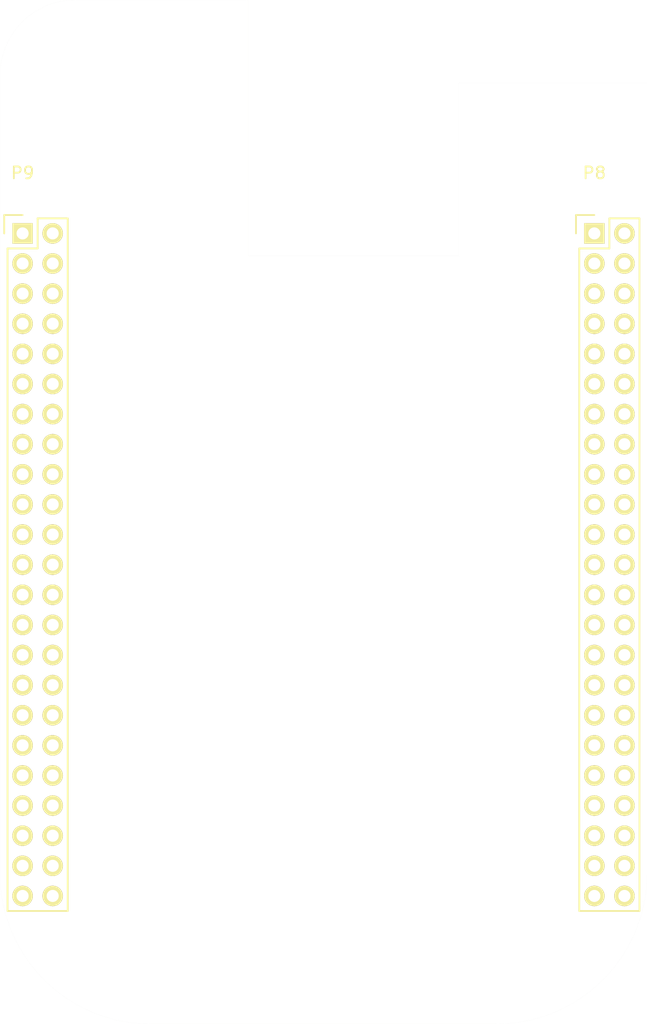
<source format=kicad_pcb>
(kicad_pcb (version 4) (host pcbnew "(2015-07-05 BZR 5886)-product")

  (general
    (links 10)
    (no_connects 10)
    (area 106.333194 42.696129 174.667007 129.058671)
    (thickness 1.6)
    (drawings 11)
    (tracks 0)
    (zones 0)
    (modules 2)
    (nets 83)
  )

  (page A4)
  (layers
    (0 F.Cu signal)
    (31 B.Cu signal)
    (32 B.Adhes user hide)
    (33 F.Adhes user hide)
    (34 B.Paste user hide)
    (35 F.Paste user hide)
    (36 B.SilkS user hide)
    (37 F.SilkS user hide)
    (38 B.Mask user hide)
    (39 F.Mask user hide)
    (40 Dwgs.User user)
    (41 Cmts.User user hide)
    (42 Eco1.User user hide)
    (43 Eco2.User user hide)
    (44 Edge.Cuts user)
    (45 Margin user hide)
    (46 B.CrtYd user hide)
    (47 F.CrtYd user hide)
    (48 B.Fab user hide)
    (49 F.Fab user hide)
  )

  (setup
    (last_trace_width 0.25)
    (trace_clearance 0.2)
    (zone_clearance 0.508)
    (zone_45_only no)
    (trace_min 0.2)
    (segment_width 0.2)
    (edge_width 0.00254)
    (via_size 0.6)
    (via_drill 0.4)
    (via_min_size 0.4)
    (via_min_drill 0.3)
    (uvia_size 0.3)
    (uvia_drill 0.1)
    (uvias_allowed no)
    (uvia_min_size 0.2)
    (uvia_min_drill 0.1)
    (pcb_text_width 0.3)
    (pcb_text_size 1.5 1.5)
    (mod_edge_width 0.15)
    (mod_text_size 1 1)
    (mod_text_width 0.15)
    (pad_size 1.7272 1.7272)
    (pad_drill 1.016)
    (pad_to_mask_clearance 0)
    (aux_axis_origin 0 0)
    (visible_elements 7FFFFFFF)
    (pcbplotparams
      (layerselection 0x01030_80000001)
      (usegerberextensions false)
      (excludeedgelayer true)
      (linewidth 0.100000)
      (plotframeref false)
      (viasonmask false)
      (mode 1)
      (useauxorigin false)
      (hpglpennumber 1)
      (hpglpenspeed 20)
      (hpglpendiameter 15)
      (hpglpenoverlay 2)
      (psnegative false)
      (psa4output false)
      (plotreference true)
      (plotvalue true)
      (plotinvisibletext false)
      (padsonsilk false)
      (subtractmaskfromsilk false)
      (outputformat 4)
      (mirror false)
      (drillshape 0)
      (scaleselection 1)
      (outputdirectory ""))
  )

  (net 0 "")
  (net 1 "Net-(P8-Pad3)")
  (net 2 "Net-(P8-Pad4)")
  (net 3 "Net-(P8-Pad5)")
  (net 4 "Net-(P8-Pad6)")
  (net 5 "Net-(P8-Pad7)")
  (net 6 "Net-(P8-Pad8)")
  (net 7 "Net-(P8-Pad9)")
  (net 8 "Net-(P8-Pad10)")
  (net 9 "Net-(P8-Pad11)")
  (net 10 "Net-(P8-Pad12)")
  (net 11 "Net-(P8-Pad13)")
  (net 12 "Net-(P8-Pad14)")
  (net 13 "Net-(P8-Pad15)")
  (net 14 "Net-(P8-Pad16)")
  (net 15 "Net-(P8-Pad17)")
  (net 16 "Net-(P8-Pad18)")
  (net 17 "Net-(P8-Pad19)")
  (net 18 "Net-(P8-Pad20)")
  (net 19 "Net-(P8-Pad21)")
  (net 20 "Net-(P8-Pad22)")
  (net 21 "Net-(P8-Pad23)")
  (net 22 "Net-(P8-Pad24)")
  (net 23 "Net-(P8-Pad25)")
  (net 24 "Net-(P8-Pad26)")
  (net 25 "Net-(P8-Pad27)")
  (net 26 "Net-(P8-Pad28)")
  (net 27 "Net-(P8-Pad29)")
  (net 28 "Net-(P8-Pad30)")
  (net 29 "Net-(P8-Pad31)")
  (net 30 "Net-(P8-Pad32)")
  (net 31 "Net-(P8-Pad33)")
  (net 32 "Net-(P8-Pad34)")
  (net 33 "Net-(P8-Pad35)")
  (net 34 "Net-(P8-Pad36)")
  (net 35 "Net-(P8-Pad37)")
  (net 36 "Net-(P8-Pad38)")
  (net 37 "Net-(P8-Pad39)")
  (net 38 "Net-(P8-Pad40)")
  (net 39 "Net-(P8-Pad41)")
  (net 40 "Net-(P8-Pad42)")
  (net 41 "Net-(P8-Pad43)")
  (net 42 "Net-(P8-Pad44)")
  (net 43 "Net-(P8-Pad45)")
  (net 44 "Net-(P8-Pad46)")
  (net 45 "Net-(P9-Pad11)")
  (net 46 "Net-(P9-Pad12)")
  (net 47 "Net-(P9-Pad13)")
  (net 48 "Net-(P9-Pad14)")
  (net 49 "Net-(P9-Pad15)")
  (net 50 "Net-(P9-Pad16)")
  (net 51 "Net-(P9-Pad17)")
  (net 52 "Net-(P9-Pad18)")
  (net 53 "Net-(P9-Pad19)")
  (net 54 "Net-(P9-Pad20)")
  (net 55 "Net-(P9-Pad21)")
  (net 56 "Net-(P9-Pad22)")
  (net 57 "Net-(P9-Pad23)")
  (net 58 "Net-(P9-Pad24)")
  (net 59 "Net-(P9-Pad25)")
  (net 60 "Net-(P9-Pad26)")
  (net 61 "Net-(P9-Pad27)")
  (net 62 "Net-(P9-Pad28)")
  (net 63 "Net-(P9-Pad29)")
  (net 64 "Net-(P9-Pad30)")
  (net 65 "Net-(P9-Pad31)")
  (net 66 "Net-(P9-Pad33)")
  (net 67 "Net-(P9-Pad35)")
  (net 68 "Net-(P9-Pad36)")
  (net 69 "Net-(P9-Pad37)")
  (net 70 "Net-(P9-Pad38)")
  (net 71 "Net-(P9-Pad39)")
  (net 72 "Net-(P9-Pad40)")
  (net 73 "Net-(P9-Pad41)")
  (net 74 "Net-(P9-Pad42)")
  (net 75 GNDD)
  (net 76 +3V3)
  (net 77 +5V)
  (net 78 SYS_5V)
  (net 79 PWR_BUT)
  (net 80 SYS_RESETN)
  (net 81 VDD_ADC)
  (net 82 GNDA_ADC)

  (net_class Default "To jest domyślna klasa połączeń."
    (clearance 0.2)
    (trace_width 0.25)
    (via_dia 0.6)
    (via_drill 0.4)
    (uvia_dia 0.3)
    (uvia_drill 0.1)
    (add_net +3V3)
    (add_net +5V)
    (add_net GNDA_ADC)
    (add_net GNDD)
    (add_net "Net-(P8-Pad10)")
    (add_net "Net-(P8-Pad11)")
    (add_net "Net-(P8-Pad12)")
    (add_net "Net-(P8-Pad13)")
    (add_net "Net-(P8-Pad14)")
    (add_net "Net-(P8-Pad15)")
    (add_net "Net-(P8-Pad16)")
    (add_net "Net-(P8-Pad17)")
    (add_net "Net-(P8-Pad18)")
    (add_net "Net-(P8-Pad19)")
    (add_net "Net-(P8-Pad20)")
    (add_net "Net-(P8-Pad21)")
    (add_net "Net-(P8-Pad22)")
    (add_net "Net-(P8-Pad23)")
    (add_net "Net-(P8-Pad24)")
    (add_net "Net-(P8-Pad25)")
    (add_net "Net-(P8-Pad26)")
    (add_net "Net-(P8-Pad27)")
    (add_net "Net-(P8-Pad28)")
    (add_net "Net-(P8-Pad29)")
    (add_net "Net-(P8-Pad3)")
    (add_net "Net-(P8-Pad30)")
    (add_net "Net-(P8-Pad31)")
    (add_net "Net-(P8-Pad32)")
    (add_net "Net-(P8-Pad33)")
    (add_net "Net-(P8-Pad34)")
    (add_net "Net-(P8-Pad35)")
    (add_net "Net-(P8-Pad36)")
    (add_net "Net-(P8-Pad37)")
    (add_net "Net-(P8-Pad38)")
    (add_net "Net-(P8-Pad39)")
    (add_net "Net-(P8-Pad4)")
    (add_net "Net-(P8-Pad40)")
    (add_net "Net-(P8-Pad41)")
    (add_net "Net-(P8-Pad42)")
    (add_net "Net-(P8-Pad43)")
    (add_net "Net-(P8-Pad44)")
    (add_net "Net-(P8-Pad45)")
    (add_net "Net-(P8-Pad46)")
    (add_net "Net-(P8-Pad5)")
    (add_net "Net-(P8-Pad6)")
    (add_net "Net-(P8-Pad7)")
    (add_net "Net-(P8-Pad8)")
    (add_net "Net-(P8-Pad9)")
    (add_net "Net-(P9-Pad11)")
    (add_net "Net-(P9-Pad12)")
    (add_net "Net-(P9-Pad13)")
    (add_net "Net-(P9-Pad14)")
    (add_net "Net-(P9-Pad15)")
    (add_net "Net-(P9-Pad16)")
    (add_net "Net-(P9-Pad17)")
    (add_net "Net-(P9-Pad18)")
    (add_net "Net-(P9-Pad19)")
    (add_net "Net-(P9-Pad20)")
    (add_net "Net-(P9-Pad21)")
    (add_net "Net-(P9-Pad22)")
    (add_net "Net-(P9-Pad23)")
    (add_net "Net-(P9-Pad24)")
    (add_net "Net-(P9-Pad25)")
    (add_net "Net-(P9-Pad26)")
    (add_net "Net-(P9-Pad27)")
    (add_net "Net-(P9-Pad28)")
    (add_net "Net-(P9-Pad29)")
    (add_net "Net-(P9-Pad30)")
    (add_net "Net-(P9-Pad31)")
    (add_net "Net-(P9-Pad33)")
    (add_net "Net-(P9-Pad35)")
    (add_net "Net-(P9-Pad36)")
    (add_net "Net-(P9-Pad37)")
    (add_net "Net-(P9-Pad38)")
    (add_net "Net-(P9-Pad39)")
    (add_net "Net-(P9-Pad40)")
    (add_net "Net-(P9-Pad41)")
    (add_net "Net-(P9-Pad42)")
    (add_net PWR_BUT)
    (add_net SYS_5V)
    (add_net SYS_RESETN)
    (add_net VDD_ADC)
  )

  (module Socket_BeagleBone_Black:Socket_BeagleBone_Black (layer F.Cu) (tedit 55DF76F9) (tstamp 55DF7717)
    (at 164.6301 62.3824)
    (descr "Through hole pin header")
    (tags "pin header")
    (path /55DF7DE1)
    (fp_text reference P8 (at 0 -5.1) (layer F.SilkS)
      (effects (font (size 1 1) (thickness 0.15)))
    )
    (fp_text value BeagleBone_Black_Header (at 0 -3.1) (layer F.Fab)
      (effects (font (size 1 1) (thickness 0.15)))
    )
    (fp_line (start -1.75 -1.75) (end -1.75 57.65) (layer F.CrtYd) (width 0.05))
    (fp_line (start 4.3 -1.75) (end 4.3 57.65) (layer F.CrtYd) (width 0.05))
    (fp_line (start -1.75 -1.75) (end 4.3 -1.75) (layer F.CrtYd) (width 0.05))
    (fp_line (start -1.75 57.65) (end 4.3 57.65) (layer F.CrtYd) (width 0.05))
    (fp_line (start 3.81 57.15) (end 3.81 -1.27) (layer F.SilkS) (width 0.15))
    (fp_line (start -1.27 57.15) (end -1.27 1.27) (layer F.SilkS) (width 0.15))
    (fp_line (start 3.81 57.15) (end -1.27 57.15) (layer F.SilkS) (width 0.15))
    (fp_line (start 3.81 -1.27) (end 1.27 -1.27) (layer F.SilkS) (width 0.15))
    (fp_line (start 0 -1.55) (end -1.55 -1.55) (layer F.SilkS) (width 0.15))
    (fp_line (start 1.27 -1.27) (end 1.27 1.27) (layer F.SilkS) (width 0.15))
    (fp_line (start 1.27 1.27) (end -1.27 1.27) (layer F.SilkS) (width 0.15))
    (fp_line (start -1.55 -1.55) (end -1.55 0) (layer F.SilkS) (width 0.15))
    (pad 1 thru_hole rect (at 0 0) (size 1.7272 1.7272) (drill 1.016) (layers *.Cu *.Mask F.SilkS)
      (net 75 GNDD))
    (pad 2 thru_hole oval (at 2.54 0) (size 1.7272 1.7272) (drill 1.016) (layers *.Cu *.Mask F.SilkS)
      (net 75 GNDD))
    (pad 3 thru_hole oval (at 0 2.54) (size 1.7272 1.7272) (drill 1.016) (layers *.Cu *.Mask F.SilkS)
      (net 1 "Net-(P8-Pad3)"))
    (pad 4 thru_hole oval (at 2.54 2.54) (size 1.7272 1.7272) (drill 1.016) (layers *.Cu *.Mask F.SilkS)
      (net 2 "Net-(P8-Pad4)"))
    (pad 5 thru_hole oval (at 0 5.08) (size 1.7272 1.7272) (drill 1.016) (layers *.Cu *.Mask F.SilkS)
      (net 3 "Net-(P8-Pad5)"))
    (pad 6 thru_hole oval (at 2.54 5.08) (size 1.7272 1.7272) (drill 1.016) (layers *.Cu *.Mask F.SilkS)
      (net 4 "Net-(P8-Pad6)"))
    (pad 7 thru_hole oval (at 0 7.62) (size 1.7272 1.7272) (drill 1.016) (layers *.Cu *.Mask F.SilkS)
      (net 5 "Net-(P8-Pad7)"))
    (pad 8 thru_hole oval (at 2.54 7.62) (size 1.7272 1.7272) (drill 1.016) (layers *.Cu *.Mask F.SilkS)
      (net 6 "Net-(P8-Pad8)"))
    (pad 9 thru_hole oval (at 0 10.16) (size 1.7272 1.7272) (drill 1.016) (layers *.Cu *.Mask F.SilkS)
      (net 7 "Net-(P8-Pad9)"))
    (pad 10 thru_hole oval (at 2.54 10.16) (size 1.7272 1.7272) (drill 1.016) (layers *.Cu *.Mask F.SilkS)
      (net 8 "Net-(P8-Pad10)"))
    (pad 11 thru_hole oval (at 0 12.7) (size 1.7272 1.7272) (drill 1.016) (layers *.Cu *.Mask F.SilkS)
      (net 9 "Net-(P8-Pad11)"))
    (pad 12 thru_hole oval (at 2.54 12.7) (size 1.7272 1.7272) (drill 1.016) (layers *.Cu *.Mask F.SilkS)
      (net 10 "Net-(P8-Pad12)"))
    (pad 13 thru_hole oval (at 0 15.24) (size 1.7272 1.7272) (drill 1.016) (layers *.Cu *.Mask F.SilkS)
      (net 11 "Net-(P8-Pad13)"))
    (pad 14 thru_hole oval (at 2.54 15.24) (size 1.7272 1.7272) (drill 1.016) (layers *.Cu *.Mask F.SilkS)
      (net 12 "Net-(P8-Pad14)"))
    (pad 15 thru_hole oval (at 0 17.78) (size 1.7272 1.7272) (drill 1.016) (layers *.Cu *.Mask F.SilkS)
      (net 13 "Net-(P8-Pad15)"))
    (pad 16 thru_hole oval (at 2.54 17.78) (size 1.7272 1.7272) (drill 1.016) (layers *.Cu *.Mask F.SilkS)
      (net 14 "Net-(P8-Pad16)"))
    (pad 17 thru_hole oval (at 0 20.32) (size 1.7272 1.7272) (drill 1.016) (layers *.Cu *.Mask F.SilkS)
      (net 15 "Net-(P8-Pad17)"))
    (pad 18 thru_hole oval (at 2.54 20.32) (size 1.7272 1.7272) (drill 1.016) (layers *.Cu *.Mask F.SilkS)
      (net 16 "Net-(P8-Pad18)"))
    (pad 19 thru_hole oval (at 0 22.86) (size 1.7272 1.7272) (drill 1.016) (layers *.Cu *.Mask F.SilkS)
      (net 17 "Net-(P8-Pad19)"))
    (pad 20 thru_hole oval (at 2.54 22.86) (size 1.7272 1.7272) (drill 1.016) (layers *.Cu *.Mask F.SilkS)
      (net 18 "Net-(P8-Pad20)"))
    (pad 21 thru_hole oval (at 0 25.4) (size 1.7272 1.7272) (drill 1.016) (layers *.Cu *.Mask F.SilkS)
      (net 19 "Net-(P8-Pad21)"))
    (pad 22 thru_hole oval (at 2.54 25.4) (size 1.7272 1.7272) (drill 1.016) (layers *.Cu *.Mask F.SilkS)
      (net 20 "Net-(P8-Pad22)"))
    (pad 23 thru_hole oval (at 0 27.94) (size 1.7272 1.7272) (drill 1.016) (layers *.Cu *.Mask F.SilkS)
      (net 21 "Net-(P8-Pad23)"))
    (pad 24 thru_hole oval (at 2.54 27.94) (size 1.7272 1.7272) (drill 1.016) (layers *.Cu *.Mask F.SilkS)
      (net 22 "Net-(P8-Pad24)"))
    (pad 25 thru_hole oval (at 0 30.48) (size 1.7272 1.7272) (drill 1.016) (layers *.Cu *.Mask F.SilkS)
      (net 23 "Net-(P8-Pad25)"))
    (pad 26 thru_hole oval (at 2.54 30.48) (size 1.7272 1.7272) (drill 1.016) (layers *.Cu *.Mask F.SilkS)
      (net 24 "Net-(P8-Pad26)"))
    (pad 27 thru_hole oval (at 0 33.02) (size 1.7272 1.7272) (drill 1.016) (layers *.Cu *.Mask F.SilkS)
      (net 25 "Net-(P8-Pad27)"))
    (pad 28 thru_hole oval (at 2.54 33.02) (size 1.7272 1.7272) (drill 1.016) (layers *.Cu *.Mask F.SilkS)
      (net 26 "Net-(P8-Pad28)"))
    (pad 29 thru_hole oval (at 0 35.56) (size 1.7272 1.7272) (drill 1.016) (layers *.Cu *.Mask F.SilkS)
      (net 27 "Net-(P8-Pad29)"))
    (pad 30 thru_hole oval (at 2.54 35.56) (size 1.7272 1.7272) (drill 1.016) (layers *.Cu *.Mask F.SilkS)
      (net 28 "Net-(P8-Pad30)"))
    (pad 31 thru_hole oval (at 0 38.1) (size 1.7272 1.7272) (drill 1.016) (layers *.Cu *.Mask F.SilkS)
      (net 29 "Net-(P8-Pad31)"))
    (pad 32 thru_hole oval (at 2.54 38.1) (size 1.7272 1.7272) (drill 1.016) (layers *.Cu *.Mask F.SilkS)
      (net 30 "Net-(P8-Pad32)"))
    (pad 33 thru_hole oval (at 0 40.64) (size 1.7272 1.7272) (drill 1.016) (layers *.Cu *.Mask F.SilkS)
      (net 31 "Net-(P8-Pad33)"))
    (pad 34 thru_hole oval (at 2.54 40.64) (size 1.7272 1.7272) (drill 1.016) (layers *.Cu *.Mask F.SilkS)
      (net 32 "Net-(P8-Pad34)"))
    (pad 35 thru_hole oval (at 0 43.18) (size 1.7272 1.7272) (drill 1.016) (layers *.Cu *.Mask F.SilkS)
      (net 33 "Net-(P8-Pad35)"))
    (pad 36 thru_hole oval (at 2.54 43.18) (size 1.7272 1.7272) (drill 1.016) (layers *.Cu *.Mask F.SilkS)
      (net 34 "Net-(P8-Pad36)"))
    (pad 37 thru_hole oval (at 0 45.72) (size 1.7272 1.7272) (drill 1.016) (layers *.Cu *.Mask F.SilkS)
      (net 35 "Net-(P8-Pad37)"))
    (pad 38 thru_hole oval (at 2.54 45.72) (size 1.7272 1.7272) (drill 1.016) (layers *.Cu *.Mask F.SilkS)
      (net 36 "Net-(P8-Pad38)"))
    (pad 39 thru_hole oval (at 0 48.26) (size 1.7272 1.7272) (drill 1.016) (layers *.Cu *.Mask F.SilkS)
      (net 37 "Net-(P8-Pad39)"))
    (pad 40 thru_hole oval (at 2.54 48.26) (size 1.7272 1.7272) (drill 1.016) (layers *.Cu *.Mask F.SilkS)
      (net 38 "Net-(P8-Pad40)"))
    (pad 41 thru_hole oval (at 0 50.8) (size 1.7272 1.7272) (drill 1.016) (layers *.Cu *.Mask F.SilkS)
      (net 39 "Net-(P8-Pad41)"))
    (pad 42 thru_hole oval (at 2.54 50.8) (size 1.7272 1.7272) (drill 1.016) (layers *.Cu *.Mask F.SilkS)
      (net 40 "Net-(P8-Pad42)"))
    (pad 43 thru_hole oval (at 0 53.34) (size 1.7272 1.7272) (drill 1.016) (layers *.Cu *.Mask F.SilkS)
      (net 41 "Net-(P8-Pad43)"))
    (pad 44 thru_hole oval (at 2.54 53.34) (size 1.7272 1.7272) (drill 1.016) (layers *.Cu *.Mask F.SilkS)
      (net 42 "Net-(P8-Pad44)"))
    (pad 45 thru_hole oval (at 0 55.88) (size 1.7272 1.7272) (drill 1.016) (layers *.Cu *.Mask F.SilkS)
      (net 43 "Net-(P8-Pad45)"))
    (pad 46 thru_hole oval (at 2.54 55.88) (size 1.7272 1.7272) (drill 1.016) (layers *.Cu *.Mask F.SilkS)
      (net 44 "Net-(P8-Pad46)"))
    (model ${KIPRJMOD}/Socket_BeagleBone_Black.3dshapes/Socket_BeagleBone_Black.wrl
      (at (xyz 0.05 -1.1 0))
      (scale (xyz 1 1 1))
      (rotate (xyz 0 0 90))
    )
  )

  (module Socket_BeagleBone_Black:Socket_BeagleBone_Black (layer F.Cu) (tedit 0) (tstamp 55DF7748)
    (at 116.3701 62.3824)
    (descr "Through hole pin header")
    (tags "pin header")
    (path /55DF7DBA)
    (fp_text reference P9 (at 0 -5.1) (layer F.SilkS)
      (effects (font (size 1 1) (thickness 0.15)))
    )
    (fp_text value BeagleBone_Black_Header (at 0 -3.1) (layer F.Fab)
      (effects (font (size 1 1) (thickness 0.15)))
    )
    (fp_line (start -1.75 -1.75) (end -1.75 57.65) (layer F.CrtYd) (width 0.05))
    (fp_line (start 4.3 -1.75) (end 4.3 57.65) (layer F.CrtYd) (width 0.05))
    (fp_line (start -1.75 -1.75) (end 4.3 -1.75) (layer F.CrtYd) (width 0.05))
    (fp_line (start -1.75 57.65) (end 4.3 57.65) (layer F.CrtYd) (width 0.05))
    (fp_line (start 3.81 57.15) (end 3.81 -1.27) (layer F.SilkS) (width 0.15))
    (fp_line (start -1.27 57.15) (end -1.27 1.27) (layer F.SilkS) (width 0.15))
    (fp_line (start 3.81 57.15) (end -1.27 57.15) (layer F.SilkS) (width 0.15))
    (fp_line (start 3.81 -1.27) (end 1.27 -1.27) (layer F.SilkS) (width 0.15))
    (fp_line (start 0 -1.55) (end -1.55 -1.55) (layer F.SilkS) (width 0.15))
    (fp_line (start 1.27 -1.27) (end 1.27 1.27) (layer F.SilkS) (width 0.15))
    (fp_line (start 1.27 1.27) (end -1.27 1.27) (layer F.SilkS) (width 0.15))
    (fp_line (start -1.55 -1.55) (end -1.55 0) (layer F.SilkS) (width 0.15))
    (pad 1 thru_hole rect (at 0 0) (size 1.7272 1.7272) (drill 1.016) (layers *.Cu *.Mask F.SilkS)
      (net 75 GNDD))
    (pad 2 thru_hole oval (at 2.54 0) (size 1.7272 1.7272) (drill 1.016) (layers *.Cu *.Mask F.SilkS)
      (net 75 GNDD))
    (pad 3 thru_hole oval (at 0 2.54) (size 1.7272 1.7272) (drill 1.016) (layers *.Cu *.Mask F.SilkS)
      (net 76 +3V3))
    (pad 4 thru_hole oval (at 2.54 2.54) (size 1.7272 1.7272) (drill 1.016) (layers *.Cu *.Mask F.SilkS)
      (net 76 +3V3))
    (pad 5 thru_hole oval (at 0 5.08) (size 1.7272 1.7272) (drill 1.016) (layers *.Cu *.Mask F.SilkS)
      (net 77 +5V))
    (pad 6 thru_hole oval (at 2.54 5.08) (size 1.7272 1.7272) (drill 1.016) (layers *.Cu *.Mask F.SilkS)
      (net 77 +5V))
    (pad 7 thru_hole oval (at 0 7.62) (size 1.7272 1.7272) (drill 1.016) (layers *.Cu *.Mask F.SilkS)
      (net 78 SYS_5V))
    (pad 8 thru_hole oval (at 2.54 7.62) (size 1.7272 1.7272) (drill 1.016) (layers *.Cu *.Mask F.SilkS)
      (net 78 SYS_5V))
    (pad 9 thru_hole oval (at 0 10.16) (size 1.7272 1.7272) (drill 1.016) (layers *.Cu *.Mask F.SilkS)
      (net 79 PWR_BUT))
    (pad 10 thru_hole oval (at 2.54 10.16) (size 1.7272 1.7272) (drill 1.016) (layers *.Cu *.Mask F.SilkS)
      (net 80 SYS_RESETN))
    (pad 11 thru_hole oval (at 0 12.7) (size 1.7272 1.7272) (drill 1.016) (layers *.Cu *.Mask F.SilkS)
      (net 45 "Net-(P9-Pad11)"))
    (pad 12 thru_hole oval (at 2.54 12.7) (size 1.7272 1.7272) (drill 1.016) (layers *.Cu *.Mask F.SilkS)
      (net 46 "Net-(P9-Pad12)"))
    (pad 13 thru_hole oval (at 0 15.24) (size 1.7272 1.7272) (drill 1.016) (layers *.Cu *.Mask F.SilkS)
      (net 47 "Net-(P9-Pad13)"))
    (pad 14 thru_hole oval (at 2.54 15.24) (size 1.7272 1.7272) (drill 1.016) (layers *.Cu *.Mask F.SilkS)
      (net 48 "Net-(P9-Pad14)"))
    (pad 15 thru_hole oval (at 0 17.78) (size 1.7272 1.7272) (drill 1.016) (layers *.Cu *.Mask F.SilkS)
      (net 49 "Net-(P9-Pad15)"))
    (pad 16 thru_hole oval (at 2.54 17.78) (size 1.7272 1.7272) (drill 1.016) (layers *.Cu *.Mask F.SilkS)
      (net 50 "Net-(P9-Pad16)"))
    (pad 17 thru_hole oval (at 0 20.32) (size 1.7272 1.7272) (drill 1.016) (layers *.Cu *.Mask F.SilkS)
      (net 51 "Net-(P9-Pad17)"))
    (pad 18 thru_hole oval (at 2.54 20.32) (size 1.7272 1.7272) (drill 1.016) (layers *.Cu *.Mask F.SilkS)
      (net 52 "Net-(P9-Pad18)"))
    (pad 19 thru_hole oval (at 0 22.86) (size 1.7272 1.7272) (drill 1.016) (layers *.Cu *.Mask F.SilkS)
      (net 53 "Net-(P9-Pad19)"))
    (pad 20 thru_hole oval (at 2.54 22.86) (size 1.7272 1.7272) (drill 1.016) (layers *.Cu *.Mask F.SilkS)
      (net 54 "Net-(P9-Pad20)"))
    (pad 21 thru_hole oval (at 0 25.4) (size 1.7272 1.7272) (drill 1.016) (layers *.Cu *.Mask F.SilkS)
      (net 55 "Net-(P9-Pad21)"))
    (pad 22 thru_hole oval (at 2.54 25.4) (size 1.7272 1.7272) (drill 1.016) (layers *.Cu *.Mask F.SilkS)
      (net 56 "Net-(P9-Pad22)"))
    (pad 23 thru_hole oval (at 0 27.94) (size 1.7272 1.7272) (drill 1.016) (layers *.Cu *.Mask F.SilkS)
      (net 57 "Net-(P9-Pad23)"))
    (pad 24 thru_hole oval (at 2.54 27.94) (size 1.7272 1.7272) (drill 1.016) (layers *.Cu *.Mask F.SilkS)
      (net 58 "Net-(P9-Pad24)"))
    (pad 25 thru_hole oval (at 0 30.48) (size 1.7272 1.7272) (drill 1.016) (layers *.Cu *.Mask F.SilkS)
      (net 59 "Net-(P9-Pad25)"))
    (pad 26 thru_hole oval (at 2.54 30.48) (size 1.7272 1.7272) (drill 1.016) (layers *.Cu *.Mask F.SilkS)
      (net 60 "Net-(P9-Pad26)"))
    (pad 27 thru_hole oval (at 0 33.02) (size 1.7272 1.7272) (drill 1.016) (layers *.Cu *.Mask F.SilkS)
      (net 61 "Net-(P9-Pad27)"))
    (pad 28 thru_hole oval (at 2.54 33.02) (size 1.7272 1.7272) (drill 1.016) (layers *.Cu *.Mask F.SilkS)
      (net 62 "Net-(P9-Pad28)"))
    (pad 29 thru_hole oval (at 0 35.56) (size 1.7272 1.7272) (drill 1.016) (layers *.Cu *.Mask F.SilkS)
      (net 63 "Net-(P9-Pad29)"))
    (pad 30 thru_hole oval (at 2.54 35.56) (size 1.7272 1.7272) (drill 1.016) (layers *.Cu *.Mask F.SilkS)
      (net 64 "Net-(P9-Pad30)"))
    (pad 31 thru_hole oval (at 0 38.1) (size 1.7272 1.7272) (drill 1.016) (layers *.Cu *.Mask F.SilkS)
      (net 65 "Net-(P9-Pad31)"))
    (pad 32 thru_hole oval (at 2.54 38.1) (size 1.7272 1.7272) (drill 1.016) (layers *.Cu *.Mask F.SilkS)
      (net 81 VDD_ADC))
    (pad 33 thru_hole oval (at 0 40.64) (size 1.7272 1.7272) (drill 1.016) (layers *.Cu *.Mask F.SilkS)
      (net 66 "Net-(P9-Pad33)"))
    (pad 34 thru_hole oval (at 2.54 40.64) (size 1.7272 1.7272) (drill 1.016) (layers *.Cu *.Mask F.SilkS)
      (net 82 GNDA_ADC))
    (pad 35 thru_hole oval (at 0 43.18) (size 1.7272 1.7272) (drill 1.016) (layers *.Cu *.Mask F.SilkS)
      (net 67 "Net-(P9-Pad35)"))
    (pad 36 thru_hole oval (at 2.54 43.18) (size 1.7272 1.7272) (drill 1.016) (layers *.Cu *.Mask F.SilkS)
      (net 68 "Net-(P9-Pad36)"))
    (pad 37 thru_hole oval (at 0 45.72) (size 1.7272 1.7272) (drill 1.016) (layers *.Cu *.Mask F.SilkS)
      (net 69 "Net-(P9-Pad37)"))
    (pad 38 thru_hole oval (at 2.54 45.72) (size 1.7272 1.7272) (drill 1.016) (layers *.Cu *.Mask F.SilkS)
      (net 70 "Net-(P9-Pad38)"))
    (pad 39 thru_hole oval (at 0 48.26) (size 1.7272 1.7272) (drill 1.016) (layers *.Cu *.Mask F.SilkS)
      (net 71 "Net-(P9-Pad39)"))
    (pad 40 thru_hole oval (at 2.54 48.26) (size 1.7272 1.7272) (drill 1.016) (layers *.Cu *.Mask F.SilkS)
      (net 72 "Net-(P9-Pad40)"))
    (pad 41 thru_hole oval (at 0 50.8) (size 1.7272 1.7272) (drill 1.016) (layers *.Cu *.Mask F.SilkS)
      (net 73 "Net-(P9-Pad41)"))
    (pad 42 thru_hole oval (at 2.54 50.8) (size 1.7272 1.7272) (drill 1.016) (layers *.Cu *.Mask F.SilkS)
      (net 74 "Net-(P9-Pad42)"))
    (pad 43 thru_hole oval (at 0 53.34) (size 1.7272 1.7272) (drill 1.016) (layers *.Cu *.Mask F.SilkS)
      (net 75 GNDD))
    (pad 44 thru_hole oval (at 2.54 53.34) (size 1.7272 1.7272) (drill 1.016) (layers *.Cu *.Mask F.SilkS)
      (net 75 GNDD))
    (pad 45 thru_hole oval (at 0 55.88) (size 1.7272 1.7272) (drill 1.016) (layers *.Cu *.Mask F.SilkS)
      (net 75 GNDD))
    (pad 46 thru_hole oval (at 2.54 55.88) (size 1.7272 1.7272) (drill 1.016) (layers *.Cu *.Mask F.SilkS)
      (net 75 GNDD))
    (model ${KIPRJMOD}/Socket_BeagleBone_Black.3dshapes/Socket_BeagleBone_Black.wrl
      (at (xyz 0.05 -1.1 0))
      (scale (xyz 1 1 1))
      (rotate (xyz 0 0 90))
    )
  )

  (gr_arc (start 127.1651 116.3574) (end 127.1651 129.0574) (angle 90) (layer Edge.Cuts) (width 0.00254))
  (gr_arc (start 156.3751 116.3574) (end 169.0751 116.3574) (angle 90) (layer Edge.Cuts) (width 0.00254))
  (gr_arc (start 120.8151 49.0474) (end 114.4651 49.0474) (angle 90) (layer Edge.Cuts) (width 0.00254))
  (gr_line (start 135.4201 42.6974) (end 120.8151 42.6974) (layer Edge.Cuts) (width 0.00254))
  (gr_line (start 135.4201 64.2874) (end 135.4201 42.6974) (layer Edge.Cuts) (width 0.00254))
  (gr_line (start 153.2001 64.2874) (end 135.4201 64.2874) (layer Edge.Cuts) (width 0.00254))
  (gr_line (start 153.2001 49.6824) (end 153.2001 64.2874) (layer Edge.Cuts) (width 0.00254))
  (gr_line (start 169.0751 49.6824) (end 153.2001 49.6824) (layer Edge.Cuts) (width 0.00254))
  (gr_line (start 169.0751 116.3574) (end 169.0751 49.6824) (layer Edge.Cuts) (width 0.00254))
  (gr_line (start 127.1651 129.0574) (end 156.3751 129.0574) (layer Edge.Cuts) (width 0.00254))
  (gr_line (start 114.4651 49.0474) (end 114.4651 116.3574) (layer Edge.Cuts) (width 0.00254))

)

</source>
